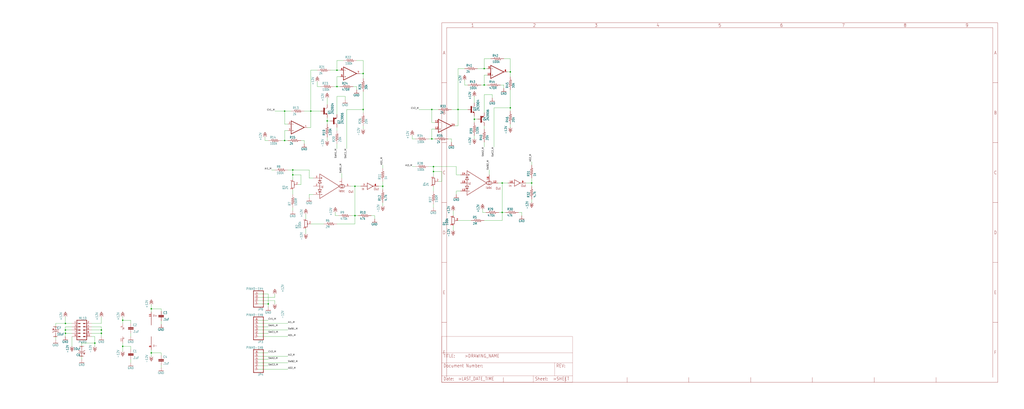
<source format=kicad_sch>
(kicad_sch (version 20211123) (generator eeschema)
  (paper "User" 795.02 317.906)
  (junction (at 368.3 92.71))
  (junction (at 95.25 269.24))
  (junction (at 396.24 55.88))
  (junction (at 336.55 133.35))
  (junction (at 241.3 86.36))
  (junction (at 78.74 256.54))
  (junction (at 281.94 57.15))
  (junction (at 375.92 66.04))
  (junction (at 95.25 248.92))
  (junction (at 50.8 251.46))
  (junction (at 220.98 86.36))
  (junction (at 50.8 256.54))
  (junction (at 281.94 85.09))
  (junction (at 254 93.98))
  (junction (at 220.98 109.22))
  (junction (at 389.89 142.24))
  (junction (at 261.62 54.61))
  (junction (at 412.75 142.24))
  (junction (at 375.92 53.34))
  (junction (at 78.74 259.08))
  (junction (at 73.66 266.7))
  (junction (at 261.62 67.31))
  (junction (at 335.28 107.95))
  (junction (at 117.475 274.32))
  (junction (at 275.59 167.64))
  (junction (at 389.89 165.1))
  (junction (at 275.59 144.78))
  (junction (at 117.475 240.03))
  (junction (at 335.28 85.09))
  (junction (at 355.6 85.09))
  (junction (at 227.33 132.08))
  (junction (at 50.8 259.08))
  (junction (at 396.24 83.82))
  (junction (at 208.28 236.22))
  (junction (at 227.33 135.89))
  (junction (at 297.18 144.78))
  (junction (at 336.55 129.54))
  (wire (pts (xy 95.25 273.05) (xy 95.25 269.24)))
  (wire (pts (xy 125.095 285.75) (xy 125.095 283.845)))
  (wire (pts (xy 275.59 144.78) (xy 275.59 167.64)))
  (wire (pts (xy 281.94 85.09) (xy 281.94 71.12)))
  (wire (pts (xy 275.59 144.78) (xy 280.035 144.78)))
  (wire (pts (xy 355.6 85.09) (xy 363.22 85.09)))
  (wire (pts (xy 218.44 109.22) (xy 220.98 109.22)))
  (wire (pts (xy 50.8 246.38) (xy 50.8 251.46)))
  (wire (pts (xy 200.66 256.54) (xy 223.52 256.54)))
  (wire (pts (xy 261.62 111.76) (xy 261.62 115.57)))
  (wire (pts (xy 335.28 100.33) (xy 335.28 107.95)))
  (wire (pts (xy 389.89 171.45) (xy 375.92 171.45)))
  (wire (pts (xy 335.28 85.09) (xy 340.36 85.09)))
  (wire (pts (xy 336.55 161.29) (xy 336.55 158.75)))
  (wire (pts (xy 374.65 162.56) (xy 374.65 165.1)))
  (wire (pts (xy 254 93.98) (xy 254 91.44)))
  (wire (pts (xy 101.6 261.62) (xy 101.6 259.08)))
  (wire (pts (xy 95.25 269.24) (xy 101.6 269.24)))
  (wire (pts (xy 297.18 157.48) (xy 297.18 160.02)))
  (wire (pts (xy 117.475 274.32) (xy 125.095 274.32)))
  (wire (pts (xy 281.94 46.99) (xy 281.94 57.15)))
  (wire (pts (xy 236.22 86.36) (xy 241.3 86.36)))
  (wire (pts (xy 241.3 86.36) (xy 241.3 99.06)))
  (wire (pts (xy 336.55 129.54) (xy 354.33 129.54)))
  (wire (pts (xy 336.55 133.35) (xy 336.55 129.54)))
  (wire (pts (xy 405.13 165.1) (xy 405.13 167.64)))
  (wire (pts (xy 261.62 88.9) (xy 261.62 74.93)))
  (wire (pts (xy 78.74 256.54) (xy 78.74 254)))
  (wire (pts (xy 290.83 167.64) (xy 290.83 170.18)))
  (wire (pts (xy 272.415 144.78) (xy 275.59 144.78)))
  (wire (pts (xy 412.75 154.94) (xy 412.75 157.48)))
  (wire (pts (xy 71.12 261.62) (xy 73.66 261.62)))
  (wire (pts (xy 375.92 66.04) (xy 378.46 66.04)))
  (wire (pts (xy 73.66 266.7) (xy 73.66 269.24)))
  (wire (pts (xy 261.62 74.93) (xy 267.97 74.93)))
  (wire (pts (xy 205.74 109.22) (xy 208.28 109.22)))
  (wire (pts (xy 200.66 248.92) (xy 208.28 248.92)))
  (wire (pts (xy 335.28 107.95) (xy 337.82 107.95)))
  (wire (pts (xy 340.36 140.97) (xy 342.9 140.97)))
  (wire (pts (xy 378.46 58.42) (xy 375.92 58.42)))
  (wire (pts (xy 259.08 67.31) (xy 261.62 67.31)))
  (wire (pts (xy 227.33 163.83) (xy 227.33 161.29)))
  (wire (pts (xy 383.54 83.82) (xy 383.54 114.3)))
  (wire (pts (xy 379.73 135.89) (xy 379.73 132.08)))
  (wire (pts (xy 375.92 45.72) (xy 381 45.72)))
  (wire (pts (xy 267.97 74.93) (xy 267.97 77.47)))
  (wire (pts (xy 227.33 135.89) (xy 227.33 139.7)))
  (wire (pts (xy 241.3 99.06) (xy 238.76 99.06)))
  (wire (pts (xy 213.36 132.08) (xy 210.82 132.08)))
  (wire (pts (xy 281.94 87.63) (xy 281.94 85.09)))
  (wire (pts (xy 320.04 105.41) (xy 320.04 107.95)))
  (wire (pts (xy 396.24 86.36) (xy 396.24 83.82)))
  (wire (pts (xy 370.84 53.34) (xy 375.92 53.34)))
  (wire (pts (xy 412.75 128.27) (xy 412.75 125.73)))
  (wire (pts (xy 396.24 83.82) (xy 396.24 69.85)))
  (wire (pts (xy 200.66 274.32) (xy 208.28 274.32)))
  (wire (pts (xy 261.62 59.69) (xy 261.62 67.31)))
  (wire (pts (xy 408.305 142.24) (xy 412.75 142.24)))
  (wire (pts (xy 200.66 251.46) (xy 223.52 251.46)))
  (wire (pts (xy 396.24 83.82) (xy 383.54 83.82)))
  (wire (pts (xy 213.36 231.14) (xy 213.36 228.6)))
  (wire (pts (xy 240.03 138.43) (xy 243.205 138.43)))
  (wire (pts (xy 200.66 287.02) (xy 223.52 287.02)))
  (wire (pts (xy 71.12 251.46) (xy 78.74 251.46)))
  (wire (pts (xy 117.475 240.03) (xy 125.095 240.03)))
  (wire (pts (xy 368.3 92.71) (xy 370.84 92.71)))
  (wire (pts (xy 386.715 142.24) (xy 389.89 142.24)))
  (wire (pts (xy 125.095 274.32) (xy 125.095 276.225)))
  (wire (pts (xy 360.68 66.04) (xy 363.22 66.04)))
  (wire (pts (xy 412.75 142.24) (xy 412.75 138.43)))
  (wire (pts (xy 78.74 251.46) (xy 78.74 246.38)))
  (wire (pts (xy 275.59 173.99) (xy 261.62 173.99)))
  (wire (pts (xy 260.35 167.64) (xy 262.89 167.64)))
  (wire (pts (xy 237.49 166.37) (xy 237.49 170.18)))
  (wire (pts (xy 55.88 259.08) (xy 50.8 259.08)))
  (wire (pts (xy 125.095 252.095) (xy 125.095 249.555)))
  (wire (pts (xy 227.33 135.89) (xy 227.33 132.08)))
  (wire (pts (xy 220.98 109.22) (xy 223.52 109.22)))
  (wire (pts (xy 288.29 167.64) (xy 290.83 167.64)))
  (wire (pts (xy 261.62 46.99) (xy 266.7 46.99)))
  (wire (pts (xy 355.6 85.09) (xy 355.6 97.79)))
  (wire (pts (xy 274.32 67.31) (xy 276.86 67.31)))
  (wire (pts (xy 50.8 254) (xy 50.8 256.54)))
  (wire (pts (xy 240.03 151.13) (xy 243.205 151.13)))
  (wire (pts (xy 355.6 85.09) (xy 355.6 53.34)))
  (wire (pts (xy 297.18 147.32) (xy 297.18 144.78)))
  (wire (pts (xy 223.52 96.52) (xy 220.98 96.52)))
  (wire (pts (xy 101.6 269.24) (xy 101.6 271.78)))
  (wire (pts (xy 389.89 142.24) (xy 389.89 165.1)))
  (wire (pts (xy 342.9 133.35) (xy 342.9 140.97)))
  (wire (pts (xy 320.04 107.95) (xy 322.58 107.95)))
  (wire (pts (xy 391.16 45.72) (xy 396.24 45.72)))
  (wire (pts (xy 375.92 100.33) (xy 375.92 97.79)))
  (wire (pts (xy 269.24 85.09) (xy 269.24 115.57)))
  (wire (pts (xy 374.65 165.1) (xy 377.19 165.1)))
  (wire (pts (xy 396.24 99.06) (xy 396.24 96.52)))
  (wire (pts (xy 368.3 92.71) (xy 368.3 90.17)))
  (wire (pts (xy 335.28 95.25) (xy 335.28 85.09)))
  (wire (pts (xy 55.88 269.24) (xy 55.88 261.62)))
  (wire (pts (xy 336.55 133.35) (xy 336.55 137.16)))
  (wire (pts (xy 200.66 236.22) (xy 208.28 236.22)))
  (wire (pts (xy 325.12 85.09) (xy 335.28 85.09)))
  (wire (pts (xy 354.33 148.59) (xy 357.505 148.59)))
  (wire (pts (xy 73.66 261.62) (xy 73.66 266.7)))
  (wire (pts (xy 50.8 251.46) (xy 43.18 251.46)))
  (wire (pts (xy 233.68 135.89) (xy 233.68 143.51)))
  (wire (pts (xy 297.18 144.78) (xy 297.18 140.97)))
  (wire (pts (xy 254 109.22) (xy 254 106.68)))
  (wire (pts (xy 117.475 274.32) (xy 117.475 271.78)))
  (wire (pts (xy 78.74 261.62) (xy 78.74 259.08)))
  (wire (pts (xy 354.33 129.54) (xy 354.33 135.89)))
  (wire (pts (xy 337.82 100.33) (xy 335.28 100.33)))
  (wire (pts (xy 78.74 254) (xy 71.12 254)))
  (wire (pts (xy 322.58 129.54) (xy 320.04 129.54)))
  (wire (pts (xy 368.3 107.95) (xy 368.3 105.41)))
  (wire (pts (xy 275.59 167.64) (xy 275.59 173.99)))
  (wire (pts (xy 375.92 73.66) (xy 382.27 73.66)))
  (wire (pts (xy 227.33 132.08) (xy 240.03 132.08)))
  (wire (pts (xy 332.74 129.54) (xy 336.55 129.54)))
  (wire (pts (xy 241.3 173.99) (xy 251.46 173.99)))
  (wire (pts (xy 375.92 110.49) (xy 375.92 114.3)))
  (wire (pts (xy 256.54 54.61) (xy 261.62 54.61)))
  (wire (pts (xy 63.5 266.7) (xy 73.66 266.7)))
  (wire (pts (xy 117.475 276.86) (xy 117.475 274.32)))
  (wire (pts (xy 95.25 248.92) (xy 95.25 251.46)))
  (wire (pts (xy 281.94 57.15) (xy 279.4 57.15)))
  (wire (pts (xy 200.66 284.48) (xy 208.28 284.48)))
  (wire (pts (xy 337.82 95.25) (xy 335.28 95.25)))
  (wire (pts (xy 281.94 85.09) (xy 269.24 85.09)))
  (wire (pts (xy 231.14 143.51) (xy 233.68 143.51)))
  (wire (pts (xy 95.25 269.24) (xy 95.25 266.7)))
  (wire (pts (xy 389.89 142.24) (xy 394.335 142.24)))
  (wire (pts (xy 281.94 100.33) (xy 281.94 97.79)))
  (wire (pts (xy 213.36 233.68) (xy 213.36 236.22)))
  (wire (pts (xy 101.6 248.92) (xy 101.6 251.46)))
  (wire (pts (xy 297.18 130.81) (xy 297.18 128.27)))
  (wire (pts (xy 227.33 135.89) (xy 233.68 135.89)))
  (wire (pts (xy 375.92 53.34) (xy 375.92 45.72)))
  (wire (pts (xy 276.86 46.99) (xy 281.94 46.99)))
  (wire (pts (xy 220.98 96.52) (xy 220.98 86.36)))
  (wire (pts (xy 336.55 144.78) (xy 336.55 148.59)))
  (wire (pts (xy 391.16 66.04) (xy 391.16 68.58)))
  (wire (pts (xy 260.35 165.1) (xy 260.35 167.64)))
  (wire (pts (xy 101.6 281.94) (xy 101.6 279.4)))
  (wire (pts (xy 276.86 67.31) (xy 276.86 69.85)))
  (wire (pts (xy 220.98 86.36) (xy 213.36 86.36)))
  (wire (pts (xy 117.475 236.855) (xy 117.475 240.03)))
  (wire (pts (xy 355.6 97.79) (xy 353.06 97.79)))
  (wire (pts (xy 50.8 256.54) (xy 50.8 259.08)))
  (wire (pts (xy 125.095 240.03) (xy 125.095 241.935)))
  (wire (pts (xy 347.98 107.95) (xy 350.52 107.95)))
  (wire (pts (xy 200.66 276.86) (xy 223.52 276.86)))
  (wire (pts (xy 241.3 54.61) (xy 246.38 54.61)))
  (wire (pts (xy 396.24 55.88) (xy 393.7 55.88)))
  (wire (pts (xy 355.6 53.34) (xy 360.68 53.34)))
  (wire (pts (xy 220.98 101.6) (xy 220.98 109.22)))
  (wire (pts (xy 78.74 256.54) (xy 78.74 259.08)))
  (wire (pts (xy 200.66 231.14) (xy 213.36 231.14)))
  (wire (pts (xy 254 96.52) (xy 254 93.98)))
  (wire (pts (xy 264.16 59.69) (xy 261.62 59.69)))
  (wire (pts (xy 205.74 106.68) (xy 205.74 109.22)))
  (wire (pts (xy 237.49 177.8) (xy 237.49 181.61)))
  (wire (pts (xy 200.66 279.4) (xy 208.28 279.4)))
  (wire (pts (xy 43.18 251.46) (xy 43.18 254)))
  (wire (pts (xy 389.89 165.1) (xy 392.43 165.1)))
  (wire (pts (xy 55.88 256.54) (xy 50.8 256.54)))
  (wire (pts (xy 220.98 86.36) (xy 226.06 86.36)))
  (wire (pts (xy 254 93.98) (xy 256.54 93.98)))
  (wire (pts (xy 208.28 228.6) (xy 208.28 236.22)))
  (wire (pts (xy 233.68 109.22) (xy 236.22 109.22)))
  (wire (pts (xy 360.68 62.23) (xy 360.68 66.04)))
  (wire (pts (xy 355.6 171.45) (xy 365.76 171.45)))
  (wire (pts (xy 43.18 264.16) (xy 43.18 261.62)))
  (wire (pts (xy 396.24 55.88) (xy 396.24 59.69)))
  (wire (pts (xy 351.79 163.83) (xy 351.79 167.64)))
  (wire (pts (xy 336.55 133.35) (xy 342.9 133.35)))
  (wire (pts (xy 223.52 101.6) (xy 220.98 101.6)))
  (wire (pts (xy 375.92 58.42) (xy 375.92 66.04)))
  (wire (pts (xy 261.62 101.6) (xy 261.62 99.06)))
  (wire (pts (xy 200.66 259.08) (xy 208.28 259.08)))
  (wire (pts (xy 50.8 259.08) (xy 50.8 261.62)))
  (wire (pts (xy 200.66 233.68) (xy 213.36 233.68)))
  (wire (pts (xy 50.8 251.46) (xy 55.88 251.46)))
  (wire (pts (xy 281.94 57.15) (xy 281.94 60.96)))
  (wire (pts (xy 63.5 269.24) (xy 63.5 266.7)))
  (wire (pts (xy 275.59 167.64) (xy 278.13 167.64)))
  (wire (pts (xy 63.5 279.4) (xy 63.5 276.86)))
  (wire (pts (xy 240.03 153.67) (xy 240.03 151.13)))
  (wire (pts (xy 332.74 107.95) (xy 335.28 107.95)))
  (wire (pts (xy 117.475 240.03) (xy 117.475 242.57)))
  (wire (pts (xy 95.25 246.38) (xy 95.25 248.92)))
  (wire (pts (xy 350.52 107.95) (xy 350.52 110.49)))
  (wire (pts (xy 368.3 95.25) (xy 368.3 92.71)))
  (wire (pts (xy 373.38 66.04) (xy 375.92 66.04)))
  (wire (pts (xy 227.33 147.32) (xy 227.33 151.13)))
  (wire (pts (xy 200.66 261.62) (xy 223.52 261.62)))
  (wire (pts (xy 261.62 54.61) (xy 261.62 46.99)))
  (wire (pts (xy 351.79 175.26) (xy 351.79 179.07)))
  (wire (pts (xy 200.66 281.94) (xy 223.52 281.94)))
  (wire (pts (xy 254 76.2) (xy 254 81.28)))
  (wire (pts (xy 246.38 67.31) (xy 248.92 67.31)))
  (wire (pts (xy 368.3 74.93) (xy 368.3 80.01)))
  (wire (pts (xy 223.52 132.08) (xy 227.33 132.08)))
  (wire (pts (xy 71.12 256.54) (xy 78.74 256.54)))
  (wire (pts (xy 294.005 144.78) (xy 297.18 144.78)))
  (wire (pts (xy 388.62 66.04) (xy 391.16 66.04)))
  (wire (pts (xy 95.25 248.92) (xy 101.6 248.92)))
  (wire (pts (xy 375.92 87.63) (xy 375.92 73.66)))
  (wire (pts (xy 78.74 259.08) (xy 71.12 259.08)))
  (wire (pts (xy 350.52 85.09) (xy 355.6 85.09)))
  (wire (pts (xy 389.89 165.1) (xy 389.89 171.45)))
  (wire (pts (xy 200.66 228.6) (xy 208.28 228.6)))
  (wire (pts (xy 236.22 109.22) (xy 236.22 111.76)))
  (wire (pts (xy 387.35 165.1) (xy 389.89 165.1)))
  (wire (pts (xy 265.43 138.43) (xy 265.43 134.62)))
  (wire (pts (xy 354.33 135.89) (xy 357.505 135.89)))
  (wire (pts (xy 402.59 165.1) (xy 405.13 165.1)))
  (wire (pts (xy 241.3 86.36) (xy 241.3 54.61)))
  (wire (pts (xy 246.38 63.5) (xy 246.38 67.31)))
  (wire (pts (xy 378.46 53.34) (xy 375.92 53.34)))
  (wire (pts (xy 412.75 144.78) (xy 412.75 142.24)))
  (wire (pts (xy 241.3 86.36) (xy 248.92 86.36)))
  (wire (pts (xy 396.24 45.72) (xy 396.24 55.88)))
  (wire (pts (xy 200.66 254) (xy 208.28 254)))
  (wire (pts (xy 261.62 67.31) (xy 264.16 67.31)))
  (wire (pts (xy 208.28 236.22) (xy 208.28 238.76)))
  (wire (pts (xy 354.33 151.13) (xy 354.33 148.59)))
  (wire (pts (xy 264.16 54.61) (xy 261.62 54.61)))
  (wire (pts (xy 240.03 132.08) (xy 240.03 138.43)))
  (wire (pts (xy 273.05 167.64) (xy 275.59 167.64)))
  (wire (pts (xy 382.27 73.66) (xy 382.27 76.2)))
  (wire (pts (xy 55.88 254) (xy 50.8 254)))
  (label "SWA1_M" (at 261.62 115.57 270) (effects (font (size 1.2446 1.2446))))
  (label "SWA2_M" (at 375.92 114.3 270) (effects (font (size 1.2446 1.2446))))
  (label "AI2_M" (at 223.52 276.86 0) (effects (font (size 1.2446 1.2446))))
  (label "SWB2_M" (at 379.73 132.08 90) (effects (font (size 1.2446 1.2446))))
  (label "CV1_M" (at 208.28 248.92 0) (effects (font (size 1.2446 1.2446))))
  (label "AO2_M" (at 223.52 287.02 0) (effects (font (size 1.2446 1.2446))))
  (label "AI1_M" (at 210.82 132.08 180) (effects (font (size 1.2446 1.2446))))
  (label "AI1_M" (at 223.52 251.46 0) (effects (font (size 1.2446 1.2446))))
  (label "SWA1_M" (at 208.28 254 0) (effects (font (size 1.2446 1.2446))))
  (label "CV1_M" (at 213.36 86.36 180) (effects (font (size 1.2446 1.2446))))
  (label "SWB2_M" (at 223.52 281.94 0) (effects (font (size 1.2446 1.2446))))
  (label "AO1_M" (at 223.52 261.62 0) (effects (font (size 1.2446 1.2446))))
  (label "AO2_M" (at 412.75 125.73 90) (effects (font (size 1.2446 1.2446))))
  (label "SWC2_M" (at 208.28 284.48 0) (effects (font (size 1.2446 1.2446))))
  (label "SWC1_M" (at 269.24 115.57 270) (effects (font (size 1.2446 1.2446))))
  (label "AO1_M" (at 297.18 128.27 90) (effects (font (size 1.2446 1.2446))))
  (label "AI2_M" (at 320.04 129.54 180) (effects (font (size 1.2446 1.2446))))
  (label "CV2_M" (at 208.28 274.32 0) (effects (font (size 1.2446 1.2446))))
  (label "SWB1_M" (at 265.43 134.62 90) (effects (font (size 1.2446 1.2446))))
  (label "SWB1_M" (at 223.52 256.54 0) (effects (font (size 1.2446 1.2446))))
  (label "CV2_M" (at 325.12 85.09 180) (effects (font (size 1.2446 1.2446))))
  (label "SWA2_M" (at 208.28 279.4 0) (effects (font (size 1.2446 1.2446))))
  (label "SWC1_M" (at 208.28 259.08 0) (effects (font (size 1.2446 1.2446))))
  (label "SWC2_M" (at 383.54 114.3 270) (effects (font (size 1.2446 1.2446))))
  (symbol (lib_id "ioboard-eagle-import:-12V") (at 213.36 238.76 0) (unit 1)
    (property "Reference" "#P-015" (effects hide))
    (property "Value" "-12V" (at 218.44 241.3 90) (effects (font (size 1.778 1.5113)) (justify right top)))
    (property "Footprint" "ioboard:" (effects hide))
  )
  (symbol (lib_id "ioboard-eagle-import:R-US_0204{slash}7") (at 386.08 45.72 0) (unit 1)
    (property "Reference" "R42" (at 382.27 44.2214 0) (effects (font (size 1.778 1.5113)) (justify left bottom)))
    (property "Value" "100k" (at 382.27 49.022 0) (effects (font (size 1.778 1.5113)) (justify left bottom)))
    (property "Footprint" "ioboard:0204_7" (effects hide))
  )
  (symbol (lib_id "ioboard-eagle-import:-12V") (at 55.88 271.78 0) (unit 1)
    (property "Reference" "#P-011" (effects hide))
    (property "Value" "-12V" (at 53.34 274.32 90) (effects (font (size 1.778 1.5113)) (justify left bottom)))
    (property "Footprint" "ioboard:" (effects hide))
  )
  (symbol (lib_id "ioboard-eagle-import:LM13700N") (at 252.73 144.78 0) (mirror x) (unit 1)
    (property "Reference" "IC2" (effects hide))
    (property "Value" "LM13700N" (effects hide))
    (property "Footprint" "Package_SO:SOIC-16_3.9x9.9mm_P1.27mm" (effects hide))
  )
  (symbol (lib_id "ioboard-eagle-import:CPOL-USE2.5-5") (at 63.5 274.32 180) (unit 1)
    (property "Reference" "C6" (at 62.484 274.955 0) (effects (font (size 1.778 1.5113)) (justify left bottom)))
    (property "Value" "10uf" (at 62.484 270.129 0) (effects (font (size 1.778 1.5113)) (justify left bottom)))
    (property "Footprint" "ioboard:E2,5-5" (effects hide))
  )
  (symbol (lib_id "ioboard-eagle-import:R-US_0204{slash}7") (at 327.66 107.95 0) (unit 1)
    (property "Reference" "R34" (at 323.85 106.4514 0) (effects (font (size 1.778 1.5113)) (justify left bottom)))
    (property "Value" "100k" (at 323.85 111.252 0) (effects (font (size 1.778 1.5113)) (justify left bottom)))
    (property "Footprint" "ioboard:0204_7" (effects hide))
  )
  (symbol (lib_id "ioboard-eagle-import:+12V") (at 368.3 72.39 0) (unit 1)
    (property "Reference" "#P+010" (effects hide))
    (property "Value" "+12V" (at 365.76 77.47 90) (effects (font (size 1.778 1.5113)) (justify left bottom)))
    (property "Footprint" "ioboard:" (effects hide))
  )
  (symbol (lib_id "ioboard-eagle-import:R-US_0204{slash}7") (at 397.51 165.1 0) (unit 1)
    (property "Reference" "R30" (at 393.7 163.6014 0) (effects (font (size 1.778 1.5113)) (justify left bottom)))
    (property "Value" "47k" (at 393.7 168.402 0) (effects (font (size 1.778 1.5113)) (justify left bottom)))
    (property "Footprint" "ioboard:0204_7" (effects hide))
  )
  (symbol (lib_id "ioboard-eagle-import:R-US_0204{slash}7") (at 396.24 91.44 90) (unit 1)
    (property "Reference" "R46" (at 394.7414 95.25 0) (effects (font (size 1.778 1.5113)) (justify left bottom)))
    (property "Value" "20k" (at 399.542 95.25 0) (effects (font (size 1.778 1.5113)) (justify left bottom)))
    (property "Footprint" "ioboard:0204_7" (effects hide))
  )
  (symbol (lib_id "ioboard-eagle-import:+12V") (at 320.04 102.87 0) (unit 1)
    (property "Reference" "#P+09" (effects hide))
    (property "Value" "+12V" (at 317.5 107.95 90) (effects (font (size 1.778 1.5113)) (justify left bottom)))
    (property "Footprint" "ioboard:" (effects hide))
  )
  (symbol (lib_id "ioboard-eagle-import:C-EU050-024X044") (at 101.6 254 0) (unit 1)
    (property "Reference" "C2" (at 103.124 253.619 0) (effects (font (size 1.778 1.5113)) (justify left bottom)))
    (property "Value" ".1uf" (at 103.124 258.699 0) (effects (font (size 1.778 1.5113)) (justify left bottom)))
    (property "Footprint" "ioboard:C050-024X044" (effects hide))
  )
  (symbol (lib_id "ioboard-eagle-import:R-US_0204{slash}7") (at 297.18 152.4 90) (unit 1)
    (property "Reference" "R12" (at 295.6814 156.21 0) (effects (font (size 1.778 1.5113)) (justify left bottom)))
    (property "Value" "4.7k" (at 300.482 156.21 0) (effects (font (size 1.778 1.5113)) (justify left bottom)))
    (property "Footprint" "ioboard:0204_7" (effects hide))
  )
  (symbol (lib_id "ioboard-eagle-import:R-US_0204{slash}7") (at 383.54 66.04 0) (unit 1)
    (property "Reference" "R44" (at 379.73 64.5414 0) (effects (font (size 1.778 1.5113)) (justify left bottom)))
    (property "Value" "470R" (at 379.73 69.342 0) (effects (font (size 1.778 1.5113)) (justify left bottom)))
    (property "Footprint" "ioboard:0204_7" (effects hide))
  )
  (symbol (lib_id "ioboard-eagle-import:+12V") (at 213.36 226.06 0) (unit 1)
    (property "Reference" "#P+017" (effects hide))
    (property "Value" "+12V" (at 218.44 220.98 90) (effects (font (size 1.778 1.5113)) (justify right top)))
    (property "Footprint" "ioboard:" (effects hide))
  )
  (symbol (lib_id "ioboard-eagle-import:PINHD-1X6") (at 198.12 279.4 180) (unit 1)
    (property "Reference" "JP4" (at 204.47 290.195 0) (effects (font (size 1.778 1.5113)) (justify left bottom)))
    (property "Value" "PINHD-1X6" (at 204.47 269.24 0) (effects (font (size 1.778 1.5113)) (justify left bottom)))
    (property "Footprint" "ioboard:1X06" (effects hide))
  )
  (symbol (lib_id "ioboard-eagle-import:LM13700N") (at 124.46 265.43 0) (unit 5)
    (property "Reference" "IC2" (effects hide))
    (property "Value" "LM13700N" (effects hide))
    (property "Footprint" "Package_SO:SOIC-16_3.9x9.9mm_P1.27mm" (effects hide))
  )
  (symbol (lib_id "ioboard-eagle-import:GND") (at 78.74 264.16 0) (unit 1)
    (property "Reference" "#GND027" (effects hide))
    (property "Value" "GND" (at 76.2 266.7 0) (effects (font (size 1.778 1.5113)) (justify left bottom)))
    (property "Footprint" "ioboard:" (effects hide))
  )
  (symbol (lib_id "ioboard-eagle-import:R-US_0204{slash}7") (at 365.76 53.34 0) (unit 1)
    (property "Reference" "R41" (at 361.95 51.8414 0) (effects (font (size 1.778 1.5113)) (justify left bottom)))
    (property "Value" "2k" (at 361.95 56.642 0) (effects (font (size 1.778 1.5113)) (justify left bottom)))
    (property "Footprint" "ioboard:0204_7" (effects hide))
  )
  (symbol (lib_id "ioboard-eagle-import:R-US_0204{slash}7") (at 382.27 165.1 0) (unit 1)
    (property "Reference" "R29" (at 378.46 163.6014 0) (effects (font (size 1.778 1.5113)) (justify left bottom)))
    (property "Value" "470k" (at 378.46 168.402 0) (effects (font (size 1.778 1.5113)) (justify left bottom)))
    (property "Footprint" "ioboard:0204_7" (effects hide))
  )
  (symbol (lib_id "ioboard-eagle-import:GND") (at 208.28 241.3 0) (unit 1)
    (property "Reference" "#GND029" (effects hide))
    (property "Value" "GND" (at 205.74 243.84 0) (effects (font (size 1.778 1.5113)) (justify left bottom)))
    (property "Footprint" "ioboard:" (effects hide))
  )
  (symbol (lib_id "ioboard-eagle-import:R-US_0204{slash}7") (at 218.44 132.08 0) (unit 1)
    (property "Reference" "R8" (at 214.63 130.5814 0) (effects (font (size 1.778 1.5113)) (justify left bottom)))
    (property "Value" "100k" (at 214.63 135.382 0) (effects (font (size 1.778 1.5113)) (justify left bottom)))
    (property "Footprint" "ioboard:0204_7" (effects hide))
  )
  (symbol (lib_id "ioboard-eagle-import:R-US_0204{slash}7") (at 368.3 66.04 0) (unit 1)
    (property "Reference" "R43" (at 364.49 64.5414 0) (effects (font (size 1.778 1.5113)) (justify left bottom)))
    (property "Value" "100k" (at 364.49 69.342 0) (effects (font (size 1.778 1.5113)) (justify left bottom)))
    (property "Footprint" "ioboard:0204_7" (effects hide))
  )
  (symbol (lib_id "ioboard-eagle-import:R-US_0204{slash}7") (at 281.94 92.71 90) (unit 1)
    (property "Reference" "R26" (at 280.4414 96.52 0) (effects (font (size 1.778 1.5113)) (justify left bottom)))
    (property "Value" "20k" (at 285.242 96.52 0) (effects (font (size 1.778 1.5113)) (justify left bottom)))
    (property "Footprint" "ioboard:0204_7" (effects hide))
  )
  (symbol (lib_id "ioboard-eagle-import:LM13700N") (at 367.03 142.24 0) (mirror x) (unit 2)
    (property "Reference" "IC2" (effects hide))
    (property "Value" "LM13700N" (effects hide))
    (property "Footprint" "Package_SO:SOIC-16_3.9x9.9mm_P1.27mm" (effects hide))
  )
  (symbol (lib_id "ioboard-eagle-import:CPOL-USE2.5-5") (at 43.18 256.54 0) (unit 1)
    (property "Reference" "C7" (at 44.196 255.905 0) (effects (font (size 1.778 1.5113)) (justify left bottom)))
    (property "Value" "10uf" (at 44.196 260.731 0) (effects (font (size 1.778 1.5113)) (justify left bottom)))
    (property "Footprint" "ioboard:E2,5-5" (effects hide))
  )
  (symbol (lib_id "ioboard-eagle-import:C-EU050-024X044") (at 125.095 244.475 0) (unit 1)
    (property "Reference" "C3" (at 126.619 244.094 0) (effects (font (size 1.778 1.5113)) (justify left bottom)))
    (property "Value" ".1uf" (at 126.619 249.174 0) (effects (font (size 1.778 1.5113)) (justify left bottom)))
    (property "Footprint" "ioboard:C050-024X044" (effects hide))
  )
  (symbol (lib_id "ioboard-eagle-import:R-US_0204{slash}7") (at 297.18 135.89 90) (unit 1)
    (property "Reference" "R11" (at 295.6814 139.7 0) (effects (font (size 1.778 1.5113)) (justify left bottom)))
    (property "Value" "1k" (at 300.482 139.7 0) (effects (font (size 1.778 1.5113)) (justify left bottom)))
    (property "Footprint" "ioboard:0204_7" (effects hide))
  )
  (symbol (lib_id "ioboard-eagle-import:R-US_0204{slash}7") (at 412.75 149.86 90) (unit 1)
    (property "Reference" "R32" (at 411.2514 153.67 0) (effects (font (size 1.778 1.5113)) (justify left bottom)))
    (property "Value" "4.7k" (at 416.052 153.67 0) (effects (font (size 1.778 1.5113)) (justify left bottom)))
    (property "Footprint" "ioboard:0204_7" (effects hide))
  )
  (symbol (lib_id "ioboard-eagle-import:LM13700N") (at 401.32 142.24 0) (unit 4)
    (property "Reference" "IC2" (effects hide))
    (property "Value" "LM13700N" (effects hide))
    (property "Footprint" "Package_SO:SOIC-16_3.9x9.9mm_P1.27mm" (effects hide))
  )
  (symbol (lib_id "ioboard-eagle-import:+12V") (at 205.74 104.14 0) (unit 1)
    (property "Reference" "#P+04" (effects hide))
    (property "Value" "+12V" (at 203.2 109.22 90) (effects (font (size 1.778 1.5113)) (justify left bottom)))
    (property "Footprint" "ioboard:" (effects hide))
  )
  (symbol (lib_id "ioboard-eagle-import:GND") (at 336.55 163.83 0) (unit 1)
    (property "Reference" "#GND08" (effects hide))
    (property "Value" "GND" (at 334.01 166.37 0) (effects (font (size 1.778 1.5113)) (justify left bottom)))
    (property "Footprint" "ioboard:" (effects hide))
  )
  (symbol (lib_id "ioboard-eagle-import:R-US_0204{slash}7") (at 271.78 46.99 0) (unit 1)
    (property "Reference" "R22" (at 267.97 45.4914 0) (effects (font (size 1.778 1.5113)) (justify left bottom)))
    (property "Value" "100k" (at 267.97 50.292 0) (effects (font (size 1.778 1.5113)) (justify left bottom)))
    (property "Footprint" "ioboard:0204_7" (effects hide))
  )
  (symbol (lib_id "ioboard-eagle-import:TL074P") (at 231.14 99.06 0) (mirror x) (unit 1)
    (property "Reference" "IC1" (effects hide))
    (property "Value" "TL074P" (effects hide))
    (property "Footprint" "Package_SO:SO-14_3.9x8.65mm_P1.27mm" (effects hide))
  )
  (symbol (lib_id "ioboard-eagle-import:LM13700N") (at 287.02 144.78 0) (unit 3)
    (property "Reference" "IC2" (effects hide))
    (property "Value" "LM13700N" (effects hide))
    (property "Footprint" "Package_SO:SOIC-16_3.9x9.9mm_P1.27mm" (effects hide))
  )
  (symbol (lib_id "Device:R_Potentiometer_Trim") (at 351.79 171.45 0) (unit 1)
    (property "Reference" "R1" (at 345.821 175.26 90) (effects (font (size 1.778 1.5113)) (justify left bottom)))
    (property "Value" "100k" (at 347.98 175.26 90) (effects (font (size 1.778 1.5113)) (justify left bottom)))
    (property "Footprint" "Potentiometer_THT:Potentiometer_Bourns_3296W_Vertical" (effects hide))
  )
  (symbol (lib_id "ioboard-eagle-import:ML10") (at 63.5 256.54 180) (unit 1)
    (property "Reference" "PWR0" (at 67.31 264.922 0) (effects (font (size 1.778 1.5113)) (justify left bottom)))
    (property "Value" "ML10" (at 67.31 246.38 0) (effects (font (size 1.778 1.5113)) (justify left bottom)))
    (property "Footprint" "ioboard:ML10" (effects hide))
  )
  (symbol (lib_id "ioboard-eagle-import:-12V") (at 73.66 271.78 0) (unit 1)
    (property "Reference" "#P-012" (effects hide))
    (property "Value" "-12V" (at 71.12 274.32 90) (effects (font (size 1.778 1.5113)) (justify left bottom)))
    (property "Footprint" "ioboard:" (effects hide))
  )
  (symbol (lib_id "ioboard-eagle-import:+12V") (at 95.25 243.84 0) (unit 1)
    (property "Reference" "#P+01" (effects hide))
    (property "Value" "+12V" (at 92.71 248.92 90) (effects (font (size 1.778 1.5113)) (justify left bottom)))
    (property "Footprint" "ioboard:" (effects hide))
  )
  (symbol (lib_id "ioboard-eagle-import:2N3906") (at 373.38 92.71 0) (unit 1)
    (property "Reference" "Q4" (at 377.19 93.98 90) (effects (font (size 1.778 1.5113)) (justify left bottom)))
    (property "Value" "2N3906" (at 379.73 93.98 90) (effects (font (size 1.778 1.5113)) (justify left bottom)))
    (property "Footprint" "ioboard:TO92" (effects hide))
  )
  (symbol (lib_id "ioboard-eagle-import:+12V") (at 117.475 234.315 0) (unit 1)
    (property "Reference" "#P+015" (effects hide))
    (property "Value" "+12V" (at 114.935 239.395 90) (effects (font (size 1.778 1.5113)) (justify left bottom)))
    (property "Footprint" "ioboard:" (effects hide))
  )
  (symbol (lib_id "ioboard-eagle-import:R-US_0204{slash}7") (at 231.14 86.36 0) (unit 1)
    (property "Reference" "R13" (at 227.33 84.8614 0) (effects (font (size 1.778 1.5113)) (justify left bottom)))
    (property "Value" "2k" (at 227.33 89.662 0) (effects (font (size 1.778 1.5113)) (justify left bottom)))
    (property "Footprint" "ioboard:0204_7" (effects hide))
  )
  (symbol (lib_id "ioboard-eagle-import:+12V") (at 374.65 160.02 0) (unit 1)
    (property "Reference" "#P+08" (effects hide))
    (property "Value" "+12V" (at 372.11 165.1 90) (effects (font (size 1.778 1.5113)) (justify left bottom)))
    (property "Footprint" "ioboard:" (effects hide))
  )
  (symbol (lib_id "ioboard-eagle-import:R-US_0204{slash}7") (at 269.24 67.31 0) (unit 1)
    (property "Reference" "R24" (at 265.43 65.8114 0) (effects (font (size 1.778 1.5113)) (justify left bottom)))
    (property "Value" "470R" (at 265.43 70.612 0) (effects (font (size 1.778 1.5113)) (justify left bottom)))
    (property "Footprint" "ioboard:0204_7" (effects hide))
  )
  (symbol (lib_id "ioboard-eagle-import:-12V") (at 351.79 181.61 0) (unit 1)
    (property "Reference" "#P-06" (effects hide))
    (property "Value" "-12V" (at 349.25 184.15 90) (effects (font (size 1.778 1.5113)) (justify left bottom)))
    (property "Footprint" "ioboard:" (effects hide))
  )
  (symbol (lib_id "ioboard-eagle-import:R-US_0204{slash}7") (at 256.54 173.99 0) (unit 1)
    (property "Reference" "R6" (at 252.73 172.4914 0) (effects (font (size 1.778 1.5113)) (justify left bottom)))
    (property "Value" "2M" (at 252.73 177.292 0) (effects (font (size 1.778 1.5113)) (justify left bottom)))
    (property "Footprint" "ioboard:0204_7" (effects hide))
  )
  (symbol (lib_id "ioboard-eagle-import:GND") (at 405.13 170.18 0) (unit 1)
    (property "Reference" "#GND09" (effects hide))
    (property "Value" "GND" (at 402.59 172.72 0) (effects (font (size 1.778 1.5113)) (justify left bottom)))
    (property "Footprint" "ioboard:" (effects hide))
  )
  (symbol (lib_id "ioboard-eagle-import:R-US_0204{slash}7") (at 336.55 153.67 90) (unit 1)
    (property "Reference" "R27" (at 335.0514 157.48 0) (effects (font (size 1.778 1.5113)) (justify left bottom)))
    (property "Value" "150R" (at 339.852 157.48 0) (effects (font (size 1.778 1.5113)) (justify left bottom)))
    (property "Footprint" "ioboard:0204_7" (effects hide))
  )
  (symbol (lib_id "Device:R_Potentiometer_Trim") (at 336.55 140.97 0) (unit 1)
    (property "Reference" "R4" (at 330.581 144.78 90) (effects (font (size 1.778 1.5113)) (justify left bottom)))
    (property "Value" "2k" (at 332.74 144.78 90) (effects (font (size 1.778 1.5113)) (justify left bottom)))
    (property "Footprint" "Potentiometer_THT:Potentiometer_Bourns_3296W_Vertical" (effects hide))
  )
  (symbol (lib_id "ioboard-eagle-import:GND") (at 63.5 281.94 0) (unit 1)
    (property "Reference" "#GND018" (effects hide))
    (property "Value" "GND" (at 60.96 284.48 0) (effects (font (size 1.778 1.5113)) (justify left bottom)))
    (property "Footprint" "ioboard:" (effects hide))
  )
  (symbol (lib_id "ioboard-eagle-import:R-US_0204{slash}7") (at 267.97 167.64 0) (unit 1)
    (property "Reference" "R9" (at 264.16 166.1414 0) (effects (font (size 1.778 1.5113)) (justify left bottom)))
    (property "Value" "470k" (at 264.16 170.942 0) (effects (font (size 1.778 1.5113)) (justify left bottom)))
    (property "Footprint" "ioboard:0204_7" (effects hide))
  )
  (symbol (lib_id "ioboard-eagle-import:GND") (at 101.6 284.48 0) (unit 1)
    (property "Reference" "#GND01" (effects hide))
    (property "Value" "GND" (at 99.06 287.02 0) (effects (font (size 1.778 1.5113)) (justify left bottom)))
    (property "Footprint" "ioboard:" (effects hide))
  )
  (symbol (lib_id "ioboard-eagle-import:+12V") (at 50.8 243.84 0) (unit 1)
    (property "Reference" "#P+013" (effects hide))
    (property "Value" "+12V" (at 48.26 248.92 90) (effects (font (size 1.778 1.5113)) (justify left bottom)))
    (property "Footprint" "ioboard:" (effects hide))
  )
  (symbol (lib_id "ioboard-eagle-import:C-EU050-024X044") (at 101.6 274.32 0) (unit 1)
    (property "Reference" "C1" (at 103.124 273.939 0) (effects (font (size 1.778 1.5113)) (justify left bottom)))
    (property "Value" ".1uf" (at 103.124 279.019 0) (effects (font (size 1.778 1.5113)) (justify left bottom)))
    (property "Footprint" "ioboard:C050-024X044" (effects hide))
  )
  (symbol (lib_id "ioboard-eagle-import:GND") (at 125.095 288.29 0) (unit 1)
    (property "Reference" "#GND016" (effects hide))
    (property "Value" "GND" (at 122.555 290.83 0) (effects (font (size 1.778 1.5113)) (justify left bottom)))
    (property "Footprint" "ioboard:" (effects hide))
  )
  (symbol (lib_id "ioboard-eagle-import:-12V") (at 254 111.76 0) (unit 1)
    (property "Reference" "#P-04" (effects hide))
    (property "Value" "-12V" (at 251.46 114.3 90) (effects (font (size 1.778 1.5113)) (justify left bottom)))
    (property "Footprint" "ioboard:" (effects hide))
  )
  (symbol (lib_id "Device:R_Potentiometer_Trim") (at 227.33 143.51 0) (unit 1)
    (property "Reference" "R3" (at 221.361 147.32 90) (effects (font (size 1.778 1.5113)) (justify left bottom)))
    (property "Value" "2k" (at 223.52 147.32 90) (effects (font (size 1.778 1.5113)) (justify left bottom)))
    (property "Footprint" "Potentiometer_THT:Potentiometer_Bourns_3296W_Vertical" (effects hide))
  )
  (symbol (lib_id "ioboard-eagle-import:R-US_0204{slash}7") (at 375.92 105.41 90) (unit 1)
    (property "Reference" "R40" (at 374.4214 109.22 0) (effects (font (size 1.778 1.5113)) (justify left bottom)))
    (property "Value" "20k" (at 379.222 109.22 0) (effects (font (size 1.778 1.5113)) (justify left bottom)))
    (property "Footprint" "ioboard:0204_7" (effects hide))
  )
  (symbol (lib_id "ioboard-eagle-import:R-US_0204{slash}7") (at 327.66 129.54 0) (unit 1)
    (property "Reference" "R28" (at 323.85 128.0414 0) (effects (font (size 1.778 1.5113)) (justify left bottom)))
    (property "Value" "100k" (at 323.85 132.842 0) (effects (font (size 1.778 1.5113)) (justify left bottom)))
    (property "Footprint" "ioboard:0204_7" (effects hide))
  )
  (symbol (lib_id "ioboard-eagle-import:+12V") (at 246.38 60.96 0) (unit 1)
    (property "Reference" "#P+06" (effects hide))
    (property "Value" "+12V" (at 243.84 66.04 90) (effects (font (size 1.778 1.5113)) (justify left bottom)))
    (property "Footprint" "ioboard:" (effects hide))
  )
  (symbol (lib_id "ioboard-eagle-import:-12V") (at 237.49 184.15 0) (unit 1)
    (property "Reference" "#P-02" (effects hide))
    (property "Value" "-12V" (at 234.95 186.69 90) (effects (font (size 1.778 1.5113)) (justify left bottom)))
    (property "Footprint" "ioboard:" (effects hide))
  )
  (symbol (lib_id "ioboard-eagle-import:GND") (at 391.16 71.12 0) (unit 1)
    (property "Reference" "#GND012" (effects hide))
    (property "Value" "GND" (at 388.62 73.66 0) (effects (font (size 1.778 1.5113)) (justify left bottom)))
    (property "Footprint" "ioboard:" (effects hide))
  )
  (symbol (lib_id "ioboard-eagle-import:R-US_0204{slash}7") (at 345.44 85.09 0) (unit 1)
    (property "Reference" "R33" (at 341.63 83.5914 0) (effects (font (size 1.778 1.5113)) (justify left bottom)))
    (property "Value" "2k" (at 341.63 88.392 0) (effects (font (size 1.778 1.5113)) (justify left bottom)))
    (property "Footprint" "ioboard:0204_7" (effects hide))
  )
  (symbol (lib_id "ioboard-eagle-import:+12V") (at 237.49 163.83 0) (unit 1)
    (property "Reference" "#P+02" (effects hide))
    (property "Value" "+12V" (at 234.95 168.91 90) (effects (font (size 1.778 1.5113)) (justify left bottom)))
    (property "Footprint" "ioboard:" (effects hide))
  )
  (symbol (lib_id "ioboard-eagle-import:2N3904") (at 251.46 86.36 0) (unit 1)
    (property "Reference" "Q1" (at 256.54 88.9 90) (effects (font (size 1.778 1.5113)) (justify left bottom)))
    (property "Value" "2N3904" (at 259.08 88.9 90) (effects (font (size 1.778 1.5113)) (justify left bottom)))
    (property "Footprint" "ioboard:TO92" (effects hide))
  )
  (symbol (lib_id "ioboard-eagle-import:R-US_0204{slash}7") (at 283.21 167.64 0) (unit 1)
    (property "Reference" "R10" (at 279.4 166.1414 0) (effects (font (size 1.778 1.5113)) (justify left bottom)))
    (property "Value" "47k" (at 279.4 170.942 0) (effects (font (size 1.778 1.5113)) (justify left bottom)))
    (property "Footprint" "ioboard:0204_7" (effects hide))
  )
  (symbol (lib_id "ioboard-eagle-import:+12V") (at 360.68 59.69 0) (unit 1)
    (property "Reference" "#P+011" (effects hide))
    (property "Value" "+12V" (at 358.14 64.77 90) (effects (font (size 1.778 1.5113)) (justify left bottom)))
    (property "Footprint" "ioboard:" (effects hide))
  )
  (symbol (lib_id "ioboard-eagle-import:TL074P") (at 345.44 97.79 0) (mirror x) (unit 4)
    (property "Reference" "IC1" (effects hide))
    (property "Value" "TL074P" (effects hide))
    (property "Footprint" "Package_SO:SO-14_3.9x8.65mm_P1.27mm" (effects hide))
  )
  (symbol (lib_id "ioboard-eagle-import:GND") (at 43.18 266.7 0) (unit 1)
    (property "Reference" "#GND014" (effects hide))
    (property "Value" "GND" (at 40.64 269.24 0) (effects (font (size 1.778 1.5113)) (justify left bottom)))
    (property "Footprint" "ioboard:" (effects hide))
  )
  (symbol (lib_id "ioboard-eagle-import:R-US_0204{slash}7") (at 254 101.6 90) (unit 1)
    (property "Reference" "R19" (at 252.5014 105.41 0) (effects (font (size 1.778 1.5113)) (justify left bottom)))
    (property "Value" "120k" (at 257.302 105.41 0) (effects (font (size 1.778 1.5113)) (justify left bottom)))
    (property "Footprint" "ioboard:0204_7" (effects hide))
  )
  (symbol (lib_id "ioboard-eagle-import:-12V") (at 412.75 160.02 0) (unit 1)
    (property "Reference" "#P-07" (effects hide))
    (property "Value" "-12V" (at 410.21 162.56 90) (effects (font (size 1.778 1.5113)) (justify left bottom)))
    (property "Footprint" "ioboard:" (effects hide))
  )
  (symbol (lib_id "ioboard-eagle-import:TL074P") (at 386.08 55.88 0) (mirror x) (unit 3)
    (property "Reference" "IC1" (effects hide))
    (property "Value" "TL074P" (effects hide))
    (property "Footprint" "Package_SO:SO-14_3.9x8.65mm_P1.27mm" (effects hide))
  )
  (symbol (lib_id "ioboard-eagle-import:R-US_0204{slash}7") (at 281.94 66.04 90) (unit 1)
    (property "Reference" "R25" (at 280.4414 69.85 0) (effects (font (size 1.778 1.5113)) (justify left bottom)))
    (property "Value" "30k" (at 285.242 69.85 0) (effects (font (size 1.778 1.5113)) (justify left bottom)))
    (property "Footprint" "ioboard:0204_7" (effects hide))
  )
  (symbol (lib_id "ioboard-eagle-import:GND") (at 236.22 114.3 0) (unit 1)
    (property "Reference" "#GND04" (effects hide))
    (property "Value" "GND" (at 233.68 116.84 0) (effects (font (size 1.778 1.5113)) (justify left bottom)))
    (property "Footprint" "ioboard:" (effects hide))
  )
  (symbol (lib_id "ioboard-eagle-import:R-US_0204{slash}7") (at 396.24 64.77 90) (unit 1)
    (property "Reference" "R45" (at 394.7414 68.58 0) (effects (font (size 1.778 1.5113)) (justify left bottom)))
    (property "Value" "30k" (at 399.542 68.58 0) (effects (font (size 1.778 1.5113)) (justify left bottom)))
    (property "Footprint" "ioboard:0204_7" (effects hide))
  )
  (symbol (lib_id "ioboard-eagle-import:TL074P") (at 95.25 259.08 0) (unit 5)
    (property "Reference" "IC1" (effects hide))
    (property "Value" "TL074P" (effects hide))
    (property "Footprint" "Package_SO:SO-14_3.9x8.65mm_P1.27mm" (effects hide))
  )
  (symbol (lib_id "ioboard-eagle-import:-12V") (at 95.25 275.59 0) (unit 1)
    (property "Reference" "#P-01" (effects hide))
    (property "Value" "-12V" (at 92.71 278.13 90) (effects (font (size 1.778 1.5113)) (justify left bottom)))
    (property "Footprint" "ioboard:" (effects hide))
  )
  (symbol (lib_id "ioboard-eagle-import:GND") (at 290.83 172.72 0) (unit 1)
    (property "Reference" "#GND03" (effects hide))
    (property "Value" "GND" (at 288.29 175.26 0) (effects (font (size 1.778 1.5113)) (justify left bottom)))
    (property "Footprint" "ioboard:" (effects hide))
  )
  (symbol (lib_id "ioboard-eagle-import:GND") (at 125.095 254.635 0) (unit 1)
    (property "Reference" "#GND015" (effects hide))
    (property "Value" "GND" (at 122.555 257.175 0) (effects (font (size 1.778 1.5113)) (justify left bottom)))
    (property "Footprint" "ioboard:" (effects hide))
  )
  (symbol (lib_id "Device:R_Potentiometer_Trim") (at 237.49 173.99 0) (unit 1)
    (property "Reference" "R2" (at 231.521 177.8 90) (effects (font (size 1.778 1.5113)) (justify left bottom)))
    (property "Value" "100k" (at 233.68 177.8 90) (effects (font (size 1.778 1.5113)) (justify left bottom)))
    (property "Footprint" "Potentiometer_THT:Potentiometer_Bourns_3296W_Vertical" (effects hide))
  )
  (symbol (lib_id "ioboard-eagle-import:R-US_0204{slash}7") (at 251.46 54.61 0) (unit 1)
    (property "Reference" "R21" (at 247.65 53.1114 0) (effects (font (size 1.778 1.5113)) (justify left bottom)))
    (property "Value" "2k" (at 247.65 57.912 0) (effects (font (size 1.778 1.5113)) (justify left bottom)))
    (property "Footprint" "ioboard:0204_7" (effects hide))
  )
  (symbol (lib_id "ioboard-eagle-import:2N3906") (at 259.08 93.98 0) (unit 1)
    (property "Reference" "Q2" (at 264.16 96.52 90) (effects (font (size 1.778 1.5113)) (justify left bottom)))
    (property "Value" "2N3906" (at 266.7 96.52 90) (effects (font (size 1.778 1.5113)) (justify left bottom)))
    (property "Footprint" "ioboard:TO92" (effects hide))
  )
  (symbol (lib_id "ioboard-eagle-import:+12V") (at 78.74 243.84 0) (unit 1)
    (property "Reference" "#P+014" (effects hide))
    (property "Value" "+12V" (at 76.2 248.92 90) (effects (font (size 1.778 1.5113)) (justify left bottom)))
    (property "Footprint" "ioboard:" (effects hide))
  )
  (symbol (lib_id "ioboard-eagle-import:GND") (at 240.03 156.21 0) (unit 1)
    (property "Reference" "#GND031" (effects hide))
    (property "Value" "GND" (at 237.49 158.75 0) (effects (font (size 1.778 1.5113)) (justify left bottom)))
    (property "Footprint" "ioboard:" (effects hide))
  )
  (symbol (lib_id "ioboard-eagle-import:GND") (at 50.8 264.16 0) (unit 1)
    (property "Reference" "#GND026" (effects hide))
    (property "Value" "GND" (at 48.26 266.7 0) (effects (font (size 1.778 1.5113)) (justify left bottom)))
    (property "Footprint" "ioboard:" (effects hide))
  )
  (symbol (lib_id "ioboard-eagle-import:-12V") (at 368.3 110.49 0) (unit 1)
    (property "Reference" "#P-08" (effects hide))
    (property "Value" "-12V" (at 365.76 113.03 90) (effects (font (size 1.778 1.5113)) (justify left bottom)))
    (property "Footprint" "ioboard:" (effects hide))
  )
  (symbol (lib_id "ioboard-eagle-import:TL074P") (at 271.78 57.15 0) (mirror x) (unit 2)
    (property "Reference" "IC1" (effects hide))
    (property "Value" "TL074P" (effects hide))
    (property "Footprint" "Package_SO:SO-14_3.9x8.65mm_P1.27mm" (effects hide))
  )
  (symbol (lib_id "ioboard-eagle-import:PINHD-1X6") (at 198.12 254 180) (unit 1)
    (property "Reference" "JP3" (at 204.47 264.795 0) (effects (font (size 1.778 1.5113)) (justify left bottom)))
    (property "Value" "PINHD-1X6" (at 204.47 243.84 0) (effects (font (size 1.778 1.5113)) (justify left bottom)))
    (property "Footprint" "ioboard:1X06" (effects hide))
  )
  (symbol (lib_id "ioboard-eagle-import:R-US_0204{slash}7") (at 254 67.31 0) (unit 1)
    (property "Reference" "R23" (at 250.19 65.8114 0) (effects (font (size 1.778 1.5113)) (justify left bottom)))
    (property "Value" "100k" (at 250.19 70.612 0) (effects (font (size 1.778 1.5113)) (justify left bottom)))
    (property "Footprint" "ioboard:0204_7" (effects hide))
  )
  (symbol (lib_id "ioboard-eagle-import:GND") (at 350.52 113.03 0) (unit 1)
    (property "Reference" "#GND010" (effects hide))
    (property "Value" "GND" (at 347.98 115.57 0) (effects (font (size 1.778 1.5113)) (justify left bottom)))
    (property "Footprint" "ioboard:" (effects hide))
  )
  (symbol (lib_id "ioboard-eagle-import:GND") (at 267.97 80.01 0) (unit 1)
    (property "Reference" "#GND05" (effects hide))
    (property "Value" "GND" (at 265.43 82.55 0) (effects (font (size 1.778 1.5113)) (justify left bottom)))
    (property "Footprint" "ioboard:" (effects hide))
  )
  (symbol (lib_id "ioboard-eagle-import:R-US_0204{slash}7") (at 342.9 107.95 0) (unit 1)
    (property "Reference" "R35" (at 339.09 106.4514 0) (effects (font (size 1.778 1.5113)) (justify left bottom)))
    (property "Value" "2k" (at 339.09 111.252 0) (effects (font (size 1.778 1.5113)) (justify left bottom)))
    (property "Footprint" "ioboard:0204_7" (effects hide))
  )
  (symbol (lib_id "ioboard-eagle-import:GND") (at 354.33 153.67 0) (unit 1)
    (property "Reference" "#GND032" (effects hide))
    (property "Value" "GND" (at 351.79 156.21 0) (effects (font (size 1.778 1.5113)) (justify left bottom)))
    (property "Footprint" "ioboard:" (effects hide))
  )
  (symbol (lib_id "ioboard-eagle-import:GND") (at 382.27 78.74 0) (unit 1)
    (property "Reference" "#GND011" (effects hide))
    (property "Value" "GND" (at 379.73 81.28 0) (effects (font (size 1.778 1.5113)) (justify left bottom)))
    (property "Footprint" "ioboard:" (effects hide))
  )
  (symbol (lib_id "ioboard-eagle-import:2N3904") (at 365.76 85.09 0) (unit 1)
    (property "Reference" "Q3" (at 369.57 86.36 90) (effects (font (size 1.778 1.5113)) (justify left bottom)))
    (property "Value" "2N3904" (at 372.11 86.36 90) (effects (font (size 1.778 1.5113)) (justify left bottom)))
    (property "Footprint" "ioboard:TO92" (effects hide))
  )
  (symbol (lib_id "ioboard-eagle-import:C-EU050-024X044") (at 125.095 278.765 0) (unit 1)
    (property "Reference" "C4" (at 126.619 278.384 0) (effects (font (size 1.778 1.5113)) (justify left bottom)))
    (property "Value" ".1uf" (at 126.619 283.464 0) (effects (font (size 1.778 1.5113)) (justify left bottom)))
    (property "Footprint" "ioboard:C050-024X044" (effects hide))
  )
  (symbol (lib_id "ioboard-eagle-import:-12V") (at 297.18 162.56 0) (unit 1)
    (property "Reference" "#P-03" (effects hide))
    (property "Value" "-12V" (at 294.64 165.1 90) (effects (font (size 1.778 1.5113)) (justify left bottom)))
    (property "Footprint" "ioboard:" (effects hide))
  )
  (symbol (lib_id "ioboard-eagle-import:GND") (at 276.86 72.39 0) (unit 1)
    (property "Reference" "#GND06" (effects hide))
    (property "Value" "GND" (at 274.32 74.93 0) (effects (font (size 1.778 1.5113)) (justify left bottom)))
    (property "Footprint" "ioboard:" (effects hide))
  )
  (symbol (lib_id "ioboard-eagle-import:GND") (at 101.6 264.16 0) (unit 1)
    (property "Reference" "#GND07" (effects hide))
    (property "Value" "GND" (at 99.06 266.7 0) (effects (font (size 1.778 1.5113)) (justify left bottom)))
    (property "Footprint" "ioboard:" (effects hide))
  )
  (symbol (lib_id "ioboard-eagle-import:+12V") (at 254 73.66 0) (unit 1)
    (property "Reference" "#P+05" (effects hide))
    (property "Value" "+12V" (at 251.46 78.74 90) (effects (font (size 1.778 1.5113)) (justify left bottom)))
    (property "Footprint" "ioboard:" (effects hide))
  )
  (symbol (lib_id "ioboard-eagle-import:GND") (at 227.33 166.37 0) (unit 1)
    (property "Reference" "#GND02" (effects hide))
    (property "Value" "GND" (at 224.79 168.91 0) (effects (font (size 1.778 1.5113)) (justify left bottom)))
    (property "Footprint" "ioboard:" (effects hide))
  )
  (symbol (lib_id "ioboard-eagle-import:FRAME_B_L") (at 342.9 297.18 0) (unit 2)
    (property "Reference" "#FRAME2" (effects hide))
    (property "Value" "FRAME_B_L" (effects hide))
    (property "Footprint" "ioboard:" (effects hide))
  )
  (symbol (lib_id "ioboard-eagle-import:PINHD-1X4") (at 198.12 231.14 180) (unit 1)
    (property "Reference" "JP6" (at 204.47 239.395 0) (effects (font (size 1.778 1.5113)) (justify left bottom)))
    (property "Value" "PINHD-1X4" (at 204.47 223.52 0) (effects (font (size 1.778 1.5113)) (justify left bottom)))
    (property "Footprint" "ioboard:1X04" (effects hide))
  )
  (symbol (lib_id "ioboard-eagle-import:+12V") (at 260.35 162.56 0) (unit 1)
    (property "Reference" "#P+03" (effects hide))
    (property "Value" "+12V" (at 257.81 167.64 90) (effects (font (size 1.778 1.5113)) (justify left bottom)))
    (property "Footprint" "ioboard:" (effects hide))
  )
  (symbol (lib_id "ioboard-eagle-import:R-US_0204{slash}7") (at 261.62 106.68 90) (unit 1)
    (property "Reference" "R20" (at 260.1214 110.49 0) (effects (font (size 1.778 1.5113)) (justify left bottom)))
    (property "Value" "20k" (at 264.922 110.49 0) (effects (font (size 1.778 1.5113)) (justify left bottom)))
    (property "Footprint" "ioboard:0204_7" (effects hide))
  )
  (symbol (lib_id "ioboard-eagle-import:-12V") (at 117.475 279.4 0) (unit 1)
    (property "Reference" "#P-013" (effects hide))
    (property "Value" "-12V" (at 114.935 281.94 90) (effects (font (size 1.778 1.5113)) (justify left bottom)))
    (property "Footprint" "ioboard:" (effects hide))
  )
  (symbol (lib_id "ioboard-eagle-import:-12V") (at 281.94 102.87 0) (unit 1)
    (property "Reference" "#P-05" (effects hide))
    (property "Value" "-12V" (at 279.4 105.41 90) (effects (font (size 1.778 1.5113)) (justify left bottom)))
    (property "Footprint" "ioboard:" (effects hide))
  )
  (symbol (lib_id "ioboard-eagle-import:R-US_0204{slash}7") (at 370.84 171.45 0) (unit 1)
    (property "Reference" "R5" (at 367.03 169.9514 0) (effects (font (size 1.778 1.5113)) (justify left bottom)))
    (property "Value" "2M" (at 367.03 174.752 0) (effects (font (size 1.778 1.5113)) (justify left bottom)))
    (property "Footprint" "ioboard:0204_7" (effects hide))
  )
  (symbol (lib_id "ioboard-eagle-import:R-US_0204{slash}7") (at 412.75 133.35 90) (unit 1)
    (property "Reference" "R31" (at 411.2514 137.16 0) (effects (font (size 1.778 1.5113)) (justify left bottom)))
    (property "Value" "1k" (at 416.052 137.16 0) (effects (font (size 1.778 1.5113)) (justify left bottom)))
    (property "Footprint" "ioboard:0204_7" (effects hide))
  )
  (symbol (lib_id "ioboard-eagle-import:-12V") (at 396.24 101.6 0) (unit 1)
    (property "Reference" "#P-09" (effects hide))
    (property "Value" "-12V" (at 393.7 104.14 90) (effects (font (size 1.778 1.5113)) (justify left bottom)))
    (property "Footprint" "ioboard:" (effects hide))
  )
  (symbol (lib_id "ioboard-eagle-import:R-US_0204{slash}7") (at 213.36 109.22 0) (unit 1)
    (property "Reference" "R14" (at 209.55 107.7214 0) (effects (font (size 1.778 1.5113)) (justify left bottom)))
    (property "Value" "100k" (at 209.55 112.522 0) (effects (font (size 1.778 1.5113)) (justify left bottom)))
    (property "Footprint" "ioboard:0204_7" (effects hide))
  )
  (symbol (lib_id "ioboard-eagle-import:+12V") (at 351.79 161.29 0) (unit 1)
    (property "Reference" "#P+07" (effects hide))
    (property "Value" "+12V" (at 349.25 166.37 90) (effects (font (size 1.778 1.5113)) (justify left bottom)))
    (property "Footprint" "ioboard:" (effects hide))
  )
  (symbol (lib_id "ioboard-eagle-import:R-US_0204{slash}7") (at 368.3 100.33 90) (unit 1)
    (property "Reference" "R39" (at 366.8014 104.14 0) (effects (font (size 1.778 1.5113)) (justify left bottom)))
    (property "Value" "120k" (at 371.602 104.14 0) (effects (font (size 1.778 1.5113)) (justify left bottom)))
    (property "Footprint" "ioboard:0204_7" (effects hide))
  )
  (symbol (lib_id "ioboard-eagle-import:R-US_0204{slash}7") (at 227.33 156.21 90) (unit 1)
    (property "Reference" "R7" (at 225.8314 160.02 0) (effects (font (size 1.778 1.5113)) (justify left bottom)))
    (property "Value" "150R" (at 230.632 160.02 0) (effects (font (size 1.778 1.5113)) (justify left bottom)))
    (property "Footprint" "ioboard:0204_7" (effects hide))
  )
  (symbol (lib_id "ioboard-eagle-import:R-US_0204{slash}7") (at 228.6 109.22 0) (unit 1)
    (property "Reference" "R15" (at 224.79 107.7214 0) (effects (font (size 1.778 1.5113)) (justify left bottom)))
    (property "Value" "2k" (at 224.79 112.522 0) (effects (font (size 1.778 1.5113)) (justify left bottom)))
    (property "Footprint" "ioboard:0204_7" (effects hide))
  )
)
</source>
